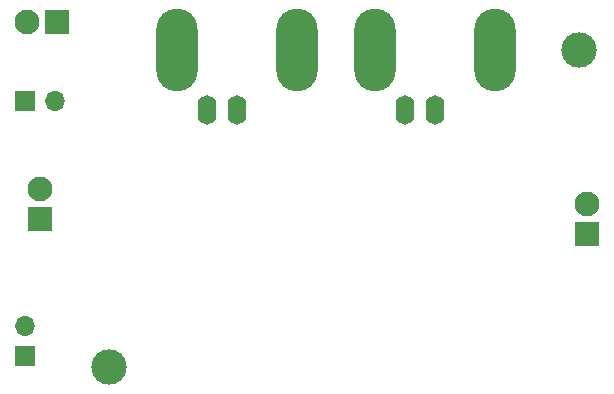
<source format=gbr>
%TF.GenerationSoftware,KiCad,Pcbnew,8.0.1*%
%TF.CreationDate,2024-06-13T00:26:55+02:00*%
%TF.ProjectId,CFT,4346542e-6b69-4636-9164-5f7063625858,rev?*%
%TF.SameCoordinates,PX52e4ef2PY60c692e*%
%TF.FileFunction,Soldermask,Bot*%
%TF.FilePolarity,Negative*%
%FSLAX46Y46*%
G04 Gerber Fmt 4.6, Leading zero omitted, Abs format (unit mm)*
G04 Created by KiCad (PCBNEW 8.0.1) date 2024-06-13 00:26:55*
%MOMM*%
%LPD*%
G01*
G04 APERTURE LIST*
%ADD10O,1.600000X2.500000*%
%ADD11O,3.500000X7.000000*%
%ADD12C,3.000000*%
%ADD13R,2.100000X2.100000*%
%ADD14C,2.100000*%
%ADD15R,1.700000X1.700000*%
%ADD16O,1.700000X1.700000*%
G04 APERTURE END LIST*
D10*
%TO.C,J7*%
X40060000Y27220000D03*
D11*
X34980000Y32300000D03*
D10*
X37520000Y27220000D03*
D11*
X45140000Y32300000D03*
%TD*%
D10*
%TO.C,J3*%
X23350000Y27230000D03*
D11*
X18270000Y32310000D03*
D10*
X20810000Y27230000D03*
D11*
X28430000Y32310000D03*
%TD*%
D12*
%TO.C,H2*%
X52320000Y32370000D03*
%TD*%
%TO.C,H1*%
X12460000Y5510000D03*
%TD*%
D13*
%TO.C,J1*%
X8100000Y34680000D03*
D14*
X5560000Y34680000D03*
%TD*%
D13*
%TO.C,J4*%
X6630000Y18040000D03*
D14*
X6630000Y20580000D03*
%TD*%
D15*
%TO.C,J2*%
X5360000Y6450000D03*
D16*
X5360000Y8990000D03*
%TD*%
D15*
%TO.C,J5*%
X5390000Y27990000D03*
D16*
X7930000Y27990000D03*
%TD*%
D13*
%TO.C,J6*%
X52980000Y16790000D03*
D14*
X52980000Y19330000D03*
%TD*%
M02*

</source>
